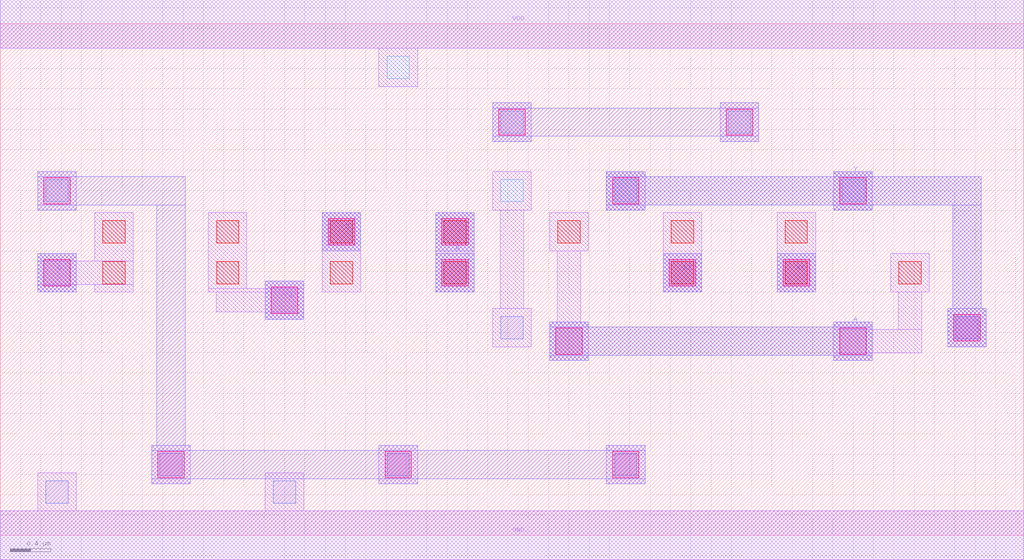
<source format=lef>
MACRO AOOAI313
 CLASS CORE ;
 FOREIGN AOOAI313 0 0 ;
 SIZE 10.08 BY 5.04 ;
 ORIGIN 0 0 ;
 SYMMETRY X Y R90 ;
 SITE unit ;
  PIN VDD
   DIRECTION INOUT ;
   USE POWER ;
   SHAPE ABUTMENT ;
    PORT
     CLASS CORE ;
       LAYER met1 ;
        RECT 0.00000000 4.80000000 10.08000000 5.28000000 ;
    END
  END VDD

  PIN GND
   DIRECTION INOUT ;
   USE POWER ;
   SHAPE ABUTMENT ;
    PORT
     CLASS CORE ;
       LAYER met1 ;
        RECT 0.00000000 -0.24000000 10.08000000 0.24000000 ;
    END
  END GND

  PIN Y
   DIRECTION INOUT ;
   USE SIGNAL ;
   SHAPE ABUTMENT ;
    PORT
     CLASS CORE ;
       LAYER met2 ;
        RECT 9.33000000 1.85700000 9.71000000 2.23700000 ;
        RECT 5.97000000 3.20700000 6.35000000 3.25700000 ;
        RECT 8.21000000 3.20700000 8.59000000 3.25700000 ;
        RECT 9.38000000 2.23700000 9.66000000 3.25700000 ;
        RECT 5.97000000 3.25700000 9.66000000 3.53700000 ;
        RECT 5.97000000 3.53700000 6.35000000 3.58700000 ;
        RECT 8.21000000 3.53700000 8.59000000 3.58700000 ;
    END
  END Y

  PIN A1
   DIRECTION INOUT ;
   USE SIGNAL ;
   SHAPE ABUTMENT ;
    PORT
     CLASS CORE ;
       LAYER met2 ;
        RECT 7.65000000 2.39700000 8.03000000 2.77700000 ;
    END
  END A1

  PIN C2
   DIRECTION INOUT ;
   USE SIGNAL ;
   SHAPE ABUTMENT ;
    PORT
     CLASS CORE ;
       LAYER met2 ;
        RECT 3.17000000 2.80200000 3.55000000 3.18200000 ;
    END
  END C2

  PIN A
   DIRECTION INOUT ;
   USE SIGNAL ;
   SHAPE ABUTMENT ;
    PORT
     CLASS CORE ;
       LAYER met2 ;
        RECT 5.41000000 1.72200000 5.79000000 1.77200000 ;
        RECT 8.21000000 1.72200000 8.59000000 1.77200000 ;
        RECT 5.41000000 1.77200000 8.59000000 2.05200000 ;
        RECT 5.41000000 2.05200000 5.79000000 2.10200000 ;
        RECT 8.21000000 2.05200000 8.59000000 2.10200000 ;
    END
  END A

  PIN B
   DIRECTION INOUT ;
   USE SIGNAL ;
   SHAPE ABUTMENT ;
    PORT
     CLASS CORE ;
       LAYER met2 ;
        RECT 4.29000000 2.39700000 4.67000000 3.18200000 ;
    END
  END B

  PIN C1
   DIRECTION INOUT ;
   USE SIGNAL ;
   SHAPE ABUTMENT ;
    PORT
     CLASS CORE ;
       LAYER met2 ;
        RECT 2.61000000 2.12700000 2.99000000 2.50700000 ;
    END
  END C1

  PIN A2
   DIRECTION INOUT ;
   USE SIGNAL ;
   SHAPE ABUTMENT ;
    PORT
     CLASS CORE ;
       LAYER met2 ;
        RECT 6.53000000 2.39700000 6.91000000 2.77700000 ;
    END
  END A2

  PIN C
   DIRECTION INOUT ;
   USE SIGNAL ;
   SHAPE ABUTMENT ;
    PORT
     CLASS CORE ;
       LAYER met2 ;
        RECT 0.37000000 2.39700000 0.75000000 2.77700000 ;
    END
  END C

 OBS
    LAYER polycont ;
     RECT 1.01000000 2.47700000 1.23000000 2.69700000 ;
     RECT 2.13000000 2.47700000 2.35000000 2.69700000 ;
     RECT 3.25000000 2.47700000 3.47000000 2.69700000 ;
     RECT 4.37000000 2.47700000 4.59000000 2.69700000 ;
     RECT 6.61000000 2.47700000 6.83000000 2.69700000 ;
     RECT 7.73000000 2.47700000 7.95000000 2.69700000 ;
     RECT 8.85000000 2.47700000 9.07000000 2.69700000 ;
     RECT 1.01000000 2.88200000 1.23000000 3.10200000 ;
     RECT 2.13000000 2.88200000 2.35000000 3.10200000 ;
     RECT 3.25000000 2.88200000 3.47000000 3.10200000 ;
     RECT 4.37000000 2.88200000 4.59000000 3.10200000 ;
     RECT 5.49000000 2.88200000 5.71000000 3.10200000 ;
     RECT 6.61000000 2.88200000 6.83000000 3.10200000 ;
     RECT 7.73000000 2.88200000 7.95000000 3.10200000 ;

    LAYER pdiffc ;
     RECT 0.45000000 3.28700000 0.67000000 3.50700000 ;
     RECT 4.93000000 3.28700000 5.15000000 3.50700000 ;
     RECT 6.05000000 3.28700000 6.27000000 3.50700000 ;
     RECT 8.29000000 3.28700000 8.51000000 3.50700000 ;
     RECT 4.93000000 3.96200000 5.15000000 4.18200000 ;
     RECT 7.17000000 3.96200000 7.39000000 4.18200000 ;
     RECT 3.81000000 4.50200000 4.03000000 4.72200000 ;

    LAYER ndiffc ;
     RECT 0.45000000 0.31700000 0.67000000 0.53700000 ;
     RECT 2.69000000 0.31700000 2.91000000 0.53700000 ;
     RECT 1.57000000 0.58700000 1.79000000 0.80700000 ;
     RECT 3.81000000 0.58700000 4.03000000 0.80700000 ;
     RECT 6.05000000 0.58700000 6.27000000 0.80700000 ;
     RECT 4.93000000 1.93700000 5.15000000 2.15700000 ;
     RECT 9.41000000 1.93700000 9.63000000 2.15700000 ;

    LAYER met1 ;
     RECT 0.00000000 -0.24000000 10.08000000 0.24000000 ;
     RECT 0.37000000 0.24000000 0.75000000 0.61700000 ;
     RECT 2.61000000 0.24000000 2.99000000 0.61700000 ;
     RECT 1.49000000 0.50700000 1.87000000 0.88700000 ;
     RECT 3.73000000 0.50700000 4.11000000 0.88700000 ;
     RECT 5.97000000 0.50700000 6.35000000 0.88700000 ;
     RECT 9.33000000 1.85700000 9.71000000 2.23700000 ;
     RECT 4.29000000 2.39700000 4.67000000 2.77700000 ;
     RECT 8.21000000 1.72200000 8.59000000 1.79700000 ;
     RECT 8.21000000 1.79700000 9.07500000 2.02700000 ;
     RECT 8.21000000 2.02700000 8.59000000 2.10200000 ;
     RECT 8.84500000 2.02700000 9.07500000 2.39700000 ;
     RECT 8.77000000 2.39700000 9.15000000 2.77700000 ;
     RECT 0.37000000 2.39700000 0.75000000 2.47200000 ;
     RECT 0.93000000 2.39700000 1.31000000 2.47200000 ;
     RECT 0.37000000 2.47200000 1.31000000 2.70200000 ;
     RECT 0.37000000 2.70200000 0.75000000 2.77700000 ;
     RECT 0.93000000 2.70200000 1.31000000 3.18200000 ;
     RECT 2.61000000 2.12700000 2.99000000 2.20200000 ;
     RECT 2.12500000 2.20200000 2.99000000 2.39700000 ;
     RECT 2.05000000 2.39700000 2.99000000 2.43200000 ;
     RECT 2.61000000 2.43200000 2.99000000 2.50700000 ;
     RECT 2.05000000 2.43200000 2.43000000 3.18200000 ;
     RECT 3.17000000 2.39700000 3.55000000 3.18200000 ;
     RECT 4.29000000 2.80200000 4.67000000 3.18200000 ;
     RECT 5.41000000 1.72200000 5.79000000 2.10200000 ;
     RECT 5.48500000 2.10200000 5.71500000 2.80200000 ;
     RECT 5.41000000 2.80200000 5.79000000 3.18200000 ;
     RECT 6.53000000 2.39700000 6.91000000 3.18200000 ;
     RECT 7.65000000 2.39700000 8.03000000 3.18200000 ;
     RECT 0.37000000 3.20700000 0.75000000 3.58700000 ;
     RECT 4.85000000 1.85700000 5.23000000 2.23700000 ;
     RECT 4.92500000 2.23700000 5.15500000 3.20700000 ;
     RECT 4.85000000 3.20700000 5.23000000 3.58700000 ;
     RECT 5.97000000 3.20700000 6.35000000 3.58700000 ;
     RECT 8.21000000 3.20700000 8.59000000 3.58700000 ;
     RECT 4.85000000 3.88200000 5.23000000 4.26200000 ;
     RECT 7.09000000 3.88200000 7.47000000 4.26200000 ;
     RECT 3.73000000 4.42200000 4.11000000 4.80000000 ;
     RECT 0.00000000 4.80000000 10.08000000 5.28000000 ;

    LAYER via1 ;
     RECT 1.55000000 0.56700000 1.81000000 0.82700000 ;
     RECT 3.79000000 0.56700000 4.05000000 0.82700000 ;
     RECT 6.03000000 0.56700000 6.29000000 0.82700000 ;
     RECT 5.47000000 1.78200000 5.73000000 2.04200000 ;
     RECT 8.27000000 1.78200000 8.53000000 2.04200000 ;
     RECT 9.39000000 1.91700000 9.65000000 2.17700000 ;
     RECT 2.67000000 2.18700000 2.93000000 2.44700000 ;
     RECT 0.43000000 2.45700000 0.69000000 2.71700000 ;
     RECT 4.35000000 2.45700000 4.61000000 2.71700000 ;
     RECT 6.59000000 2.45700000 6.85000000 2.71700000 ;
     RECT 7.71000000 2.45700000 7.97000000 2.71700000 ;
     RECT 3.23000000 2.86200000 3.49000000 3.12200000 ;
     RECT 4.35000000 2.86200000 4.61000000 3.12200000 ;
     RECT 0.43000000 3.26700000 0.69000000 3.52700000 ;
     RECT 6.03000000 3.26700000 6.29000000 3.52700000 ;
     RECT 8.27000000 3.26700000 8.53000000 3.52700000 ;
     RECT 4.91000000 3.94200000 5.17000000 4.20200000 ;
     RECT 7.15000000 3.94200000 7.41000000 4.20200000 ;

    LAYER met2 ;
     RECT 5.41000000 1.72200000 5.79000000 1.77200000 ;
     RECT 8.21000000 1.72200000 8.59000000 1.77200000 ;
     RECT 5.41000000 1.77200000 8.59000000 2.05200000 ;
     RECT 5.41000000 2.05200000 5.79000000 2.10200000 ;
     RECT 8.21000000 2.05200000 8.59000000 2.10200000 ;
     RECT 2.61000000 2.12700000 2.99000000 2.50700000 ;
     RECT 0.37000000 2.39700000 0.75000000 2.77700000 ;
     RECT 6.53000000 2.39700000 6.91000000 2.77700000 ;
     RECT 7.65000000 2.39700000 8.03000000 2.77700000 ;
     RECT 3.17000000 2.80200000 3.55000000 3.18200000 ;
     RECT 4.29000000 2.39700000 4.67000000 3.18200000 ;
     RECT 1.49000000 0.50700000 1.87000000 0.55700000 ;
     RECT 3.73000000 0.50700000 4.11000000 0.55700000 ;
     RECT 5.97000000 0.50700000 6.35000000 0.55700000 ;
     RECT 1.49000000 0.55700000 6.35000000 0.83700000 ;
     RECT 1.49000000 0.83700000 1.87000000 0.88700000 ;
     RECT 3.73000000 0.83700000 4.11000000 0.88700000 ;
     RECT 5.97000000 0.83700000 6.35000000 0.88700000 ;
     RECT 0.37000000 3.20700000 0.75000000 3.25700000 ;
     RECT 1.54000000 0.88700000 1.82000000 3.25700000 ;
     RECT 0.37000000 3.25700000 1.82000000 3.53700000 ;
     RECT 0.37000000 3.53700000 0.75000000 3.58700000 ;
     RECT 9.33000000 1.85700000 9.71000000 2.23700000 ;
     RECT 5.97000000 3.20700000 6.35000000 3.25700000 ;
     RECT 8.21000000 3.20700000 8.59000000 3.25700000 ;
     RECT 9.38000000 2.23700000 9.66000000 3.25700000 ;
     RECT 5.97000000 3.25700000 9.66000000 3.53700000 ;
     RECT 5.97000000 3.53700000 6.35000000 3.58700000 ;
     RECT 8.21000000 3.53700000 8.59000000 3.58700000 ;
     RECT 4.85000000 3.88200000 5.23000000 3.93200000 ;
     RECT 7.09000000 3.88200000 7.47000000 3.93200000 ;
     RECT 4.85000000 3.93200000 7.47000000 4.21200000 ;
     RECT 4.85000000 4.21200000 5.23000000 4.26200000 ;
     RECT 7.09000000 4.21200000 7.47000000 4.26200000 ;

 END
END AOOAI313

</source>
